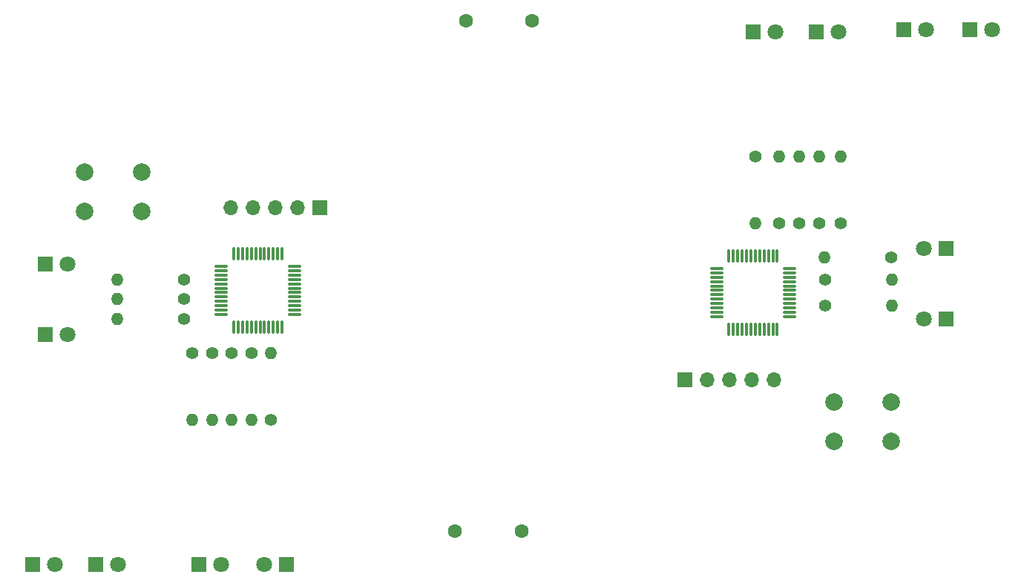
<source format=gts>
%TF.GenerationSoftware,KiCad,Pcbnew,9.0.0*%
%TF.CreationDate,2025-07-05T08:14:35+06:00*%
%TF.ProjectId,uart,75617274-2e6b-4696-9361-645f70636258,rev?*%
%TF.SameCoordinates,Original*%
%TF.FileFunction,Soldermask,Top*%
%TF.FilePolarity,Negative*%
%FSLAX46Y46*%
G04 Gerber Fmt 4.6, Leading zero omitted, Abs format (unit mm)*
G04 Created by KiCad (PCBNEW 9.0.0) date 2025-07-05 08:14:35*
%MOMM*%
%LPD*%
G01*
G04 APERTURE LIST*
G04 Aperture macros list*
%AMRoundRect*
0 Rectangle with rounded corners*
0 $1 Rounding radius*
0 $2 $3 $4 $5 $6 $7 $8 $9 X,Y pos of 4 corners*
0 Add a 4 corners polygon primitive as box body*
4,1,4,$2,$3,$4,$5,$6,$7,$8,$9,$2,$3,0*
0 Add four circle primitives for the rounded corners*
1,1,$1+$1,$2,$3*
1,1,$1+$1,$4,$5*
1,1,$1+$1,$6,$7*
1,1,$1+$1,$8,$9*
0 Add four rect primitives between the rounded corners*
20,1,$1+$1,$2,$3,$4,$5,0*
20,1,$1+$1,$4,$5,$6,$7,0*
20,1,$1+$1,$6,$7,$8,$9,0*
20,1,$1+$1,$8,$9,$2,$3,0*%
G04 Aperture macros list end*
%ADD10C,1.600000*%
%ADD11C,1.400000*%
%ADD12O,1.400000X1.400000*%
%ADD13R,1.800000X1.800000*%
%ADD14C,1.800000*%
%ADD15RoundRect,0.075000X-0.662500X-0.075000X0.662500X-0.075000X0.662500X0.075000X-0.662500X0.075000X0*%
%ADD16RoundRect,0.075000X-0.075000X-0.662500X0.075000X-0.662500X0.075000X0.662500X-0.075000X0.662500X0*%
%ADD17R,1.700000X1.700000*%
%ADD18O,1.700000X1.700000*%
%ADD19RoundRect,0.075000X0.662500X0.075000X-0.662500X0.075000X-0.662500X-0.075000X0.662500X-0.075000X0*%
%ADD20RoundRect,0.075000X0.075000X0.662500X-0.075000X0.662500X-0.075000X-0.662500X0.075000X-0.662500X0*%
%ADD21C,2.000000*%
G04 APERTURE END LIST*
D10*
%TO.C,photoresistor*%
X157700000Y-73250000D03*
X165300000Y-73250000D03*
%TD*%
D11*
%TO.C,R6-S2*%
X198690000Y-102750000D03*
D12*
X206310000Y-102750000D03*
%TD*%
D11*
%TO.C,R1*%
X125560000Y-102750000D03*
D12*
X117940000Y-102750000D03*
%TD*%
D13*
%TO.C,Received bit*%
X212525000Y-99250000D03*
D14*
X209985000Y-99250000D03*
%TD*%
D15*
%TO.C,STM32f103C8*%
X129837500Y-101250000D03*
X129837500Y-101750000D03*
X129837500Y-102250000D03*
X129837500Y-102750000D03*
X129837500Y-103250000D03*
X129837500Y-103750000D03*
X129837500Y-104250000D03*
X129837500Y-104750000D03*
X129837500Y-105250000D03*
X129837500Y-105750000D03*
X129837500Y-106250000D03*
X129837500Y-106750000D03*
D16*
X131250000Y-108162500D03*
X131750000Y-108162500D03*
X132250000Y-108162500D03*
X132750000Y-108162500D03*
X133250000Y-108162500D03*
X133750000Y-108162500D03*
X134250000Y-108162500D03*
X134750000Y-108162500D03*
X135250000Y-108162500D03*
X135750000Y-108162500D03*
X136250000Y-108162500D03*
X136750000Y-108162500D03*
D15*
X138162500Y-106750000D03*
X138162500Y-106250000D03*
X138162500Y-105750000D03*
X138162500Y-105250000D03*
X138162500Y-104750000D03*
X138162500Y-104250000D03*
X138162500Y-103750000D03*
X138162500Y-103250000D03*
X138162500Y-102750000D03*
X138162500Y-102250000D03*
X138162500Y-101750000D03*
X138162500Y-101250000D03*
D16*
X136750000Y-99837500D03*
X136250000Y-99837500D03*
X135750000Y-99837500D03*
X135250000Y-99837500D03*
X134750000Y-99837500D03*
X134250000Y-99837500D03*
X133750000Y-99837500D03*
X133250000Y-99837500D03*
X132750000Y-99837500D03*
X132250000Y-99837500D03*
X131750000Y-99837500D03*
X131250000Y-99837500D03*
%TD*%
D11*
%TO.C,R14*%
X126500000Y-111190000D03*
D12*
X126500000Y-118810000D03*
%TD*%
D11*
%TO.C,R4*%
X131000000Y-111190000D03*
D12*
X131000000Y-118810000D03*
%TD*%
D13*
%TO.C,LSB*%
X197725000Y-74500000D03*
D14*
X200265000Y-74500000D03*
%TD*%
D11*
%TO.C,R13*%
X133250000Y-111190000D03*
D12*
X133250000Y-118810000D03*
%TD*%
D13*
%TO.C,Sent bit*%
X109725000Y-101000000D03*
D14*
X112265000Y-101000000D03*
%TD*%
D13*
%TO.C,Received bit*%
X109725000Y-109000000D03*
D14*
X112265000Y-109000000D03*
%TD*%
D13*
%TO.C,Toggle*%
X115500000Y-135250000D03*
D14*
X118040000Y-135250000D03*
%TD*%
D11*
%TO.C,R7-S2*%
X198000000Y-96310000D03*
D12*
X198000000Y-88690000D03*
%TD*%
D17*
%TO.C,J1*%
X141050000Y-94525000D03*
D18*
X138510000Y-94525000D03*
X135970000Y-94525000D03*
X133430000Y-94525000D03*
X130890000Y-94525000D03*
%TD*%
D11*
%TO.C,R2*%
X125560000Y-105000000D03*
D12*
X117940000Y-105000000D03*
%TD*%
D11*
%TO.C,R11-S2*%
X193500000Y-96310000D03*
D12*
X193500000Y-88690000D03*
%TD*%
D13*
%TO.C,Toggle*%
X207725000Y-74250000D03*
D14*
X210265000Y-74250000D03*
%TD*%
D11*
%TO.C,R12-S2*%
X200500000Y-96310000D03*
D12*
X200500000Y-88690000D03*
%TD*%
D11*
%TO.C,R10*%
X125560000Y-107250000D03*
D12*
X117940000Y-107250000D03*
%TD*%
D11*
%TO.C,R9-S3*%
X206250000Y-100250000D03*
D12*
X198630000Y-100250000D03*
%TD*%
D11*
%TO.C,R3*%
X128750000Y-111190000D03*
D12*
X128750000Y-118810000D03*
%TD*%
D13*
%TO.C,Sent bit*%
X212525000Y-107250000D03*
D14*
X209985000Y-107250000D03*
%TD*%
D13*
%TO.C,LSB*%
X127225000Y-135250000D03*
D14*
X129765000Y-135250000D03*
%TD*%
D13*
%TO.C,MSB*%
X137275000Y-135250000D03*
D14*
X134735000Y-135250000D03*
%TD*%
D19*
%TO.C,STM32F103C8*%
X194662500Y-107000000D03*
X194662500Y-106500000D03*
X194662500Y-106000000D03*
X194662500Y-105500000D03*
X194662500Y-105000000D03*
X194662500Y-104500000D03*
X194662500Y-104000000D03*
X194662500Y-103500000D03*
X194662500Y-103000000D03*
X194662500Y-102500000D03*
X194662500Y-102000000D03*
X194662500Y-101500000D03*
D20*
X193250000Y-100087500D03*
X192750000Y-100087500D03*
X192250000Y-100087500D03*
X191750000Y-100087500D03*
X191250000Y-100087500D03*
X190750000Y-100087500D03*
X190250000Y-100087500D03*
X189750000Y-100087500D03*
X189250000Y-100087500D03*
X188750000Y-100087500D03*
X188250000Y-100087500D03*
X187750000Y-100087500D03*
D19*
X186337500Y-101500000D03*
X186337500Y-102000000D03*
X186337500Y-102500000D03*
X186337500Y-103000000D03*
X186337500Y-103500000D03*
X186337500Y-104000000D03*
X186337500Y-104500000D03*
X186337500Y-105000000D03*
X186337500Y-105500000D03*
X186337500Y-106000000D03*
X186337500Y-106500000D03*
X186337500Y-107000000D03*
D20*
X187750000Y-108412500D03*
X188250000Y-108412500D03*
X188750000Y-108412500D03*
X189250000Y-108412500D03*
X189750000Y-108412500D03*
X190250000Y-108412500D03*
X190750000Y-108412500D03*
X191250000Y-108412500D03*
X191750000Y-108412500D03*
X192250000Y-108412500D03*
X192750000Y-108412500D03*
X193250000Y-108412500D03*
%TD*%
D11*
%TO.C,R5-S2*%
X198690000Y-105750000D03*
D12*
X206310000Y-105750000D03*
%TD*%
D11*
%TO.C,R18*%
X135500000Y-118810000D03*
D12*
X135500000Y-111190000D03*
%TD*%
D21*
%TO.C,Switch*%
X199750000Y-116750000D03*
X206250000Y-116750000D03*
X199750000Y-121250000D03*
X206250000Y-121250000D03*
%TD*%
D10*
%TO.C,photoresistor*%
X164050000Y-131500000D03*
X156450000Y-131500000D03*
%TD*%
D13*
%TO.C,Output*%
X215225000Y-74250000D03*
D14*
X217765000Y-74250000D03*
%TD*%
D11*
%TO.C,R8-S2*%
X195750000Y-96310000D03*
D12*
X195750000Y-88690000D03*
%TD*%
D17*
%TO.C,J2*%
X182700000Y-114225000D03*
D18*
X185240000Y-114225000D03*
X187780000Y-114225000D03*
X190320000Y-114225000D03*
X192860000Y-114225000D03*
%TD*%
D13*
%TO.C,MSB*%
X190475000Y-74500000D03*
D14*
X193015000Y-74500000D03*
%TD*%
D13*
%TO.C,Output*%
X108250000Y-135250000D03*
D14*
X110790000Y-135250000D03*
%TD*%
D21*
%TO.C,Switch*%
X120750000Y-95000000D03*
X114250000Y-95000000D03*
X120750000Y-90500000D03*
X114250000Y-90500000D03*
%TD*%
D11*
%TO.C,R17-S2*%
X190750000Y-88690000D03*
D12*
X190750000Y-96310000D03*
%TD*%
M02*

</source>
